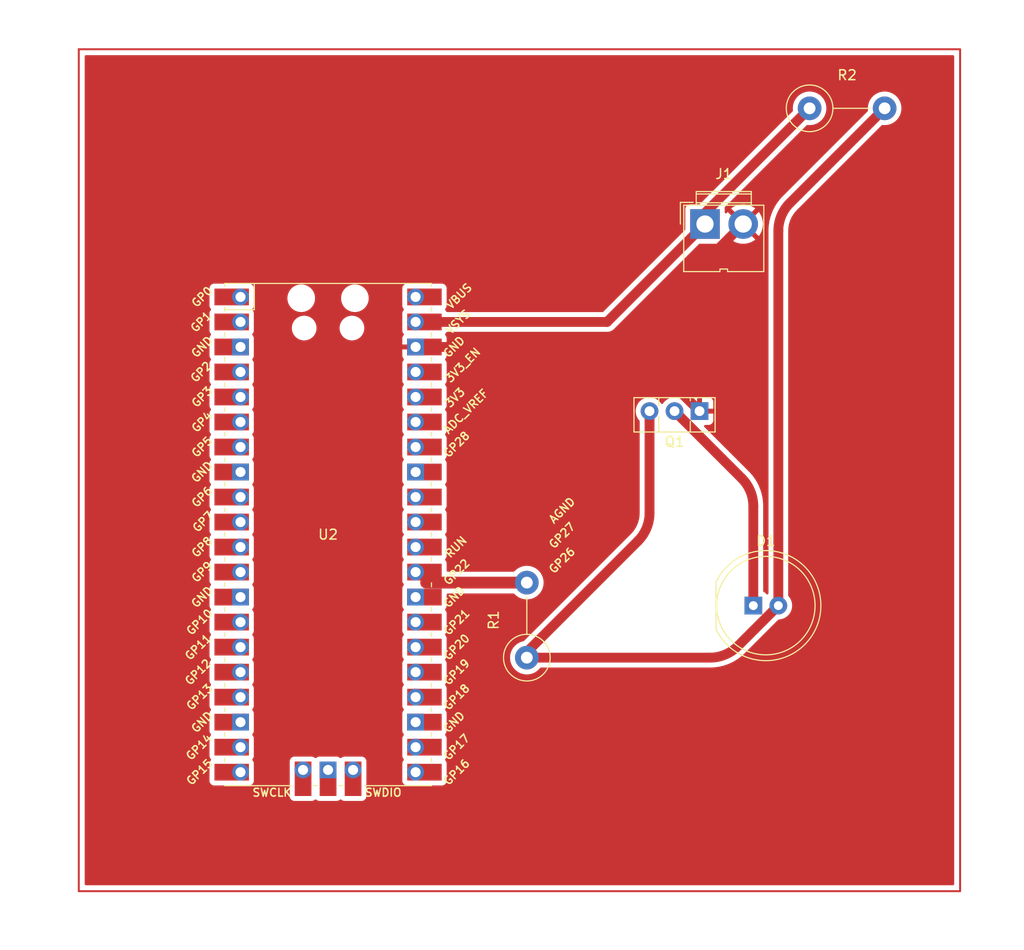
<source format=kicad_pcb>
(kicad_pcb (version 20240108) (generator "pcbnew") (generator_version "8.0")
  (layers (0 "F.Cu" signal) (31 "B.Cu" signal) (34 "B.Paste" user) (35 "F.Paste" user) (36 "B.SilkS" user "B.Silkscreen") (37 "F.SilkS" user "F.Silkscreen") (38 "B.Mask" user) (39 "F.Mask" user) (44 "Edge.Cuts" user))
  (net 0 "")
  (net 1 "Net-(D1-A)")
  (net 2 "GND")
  (net 3 "VCC")
  (net 4 "Net-(U2-GPIO22)")
  (net 45 "Net-(D1-K)")
  (footprint "Connector:JWT_A3963_1x02_P3.96mm_Vertical" (layer "F.Cu") (at 168.0925 51.25)
    (property "Reference" "J1" (at 1.91 -5.08 0) (layer "F.SilkS"))
    (property "Value" "Alimentacao")
    (fp_line (start -2.5 -2.2) (end -2.5 0) (stroke (width 0.12)) (layer "F.SilkS"))
    (fp_line (start -2.16 -1.91) (end -2.16 0) (stroke (width 0.12)) (layer "F.SilkS"))
    (fp_line (start -2.16 -1.91) (end 5.97 -1.91) (stroke (width 0.12)) (layer "F.SilkS"))
    (fp_line (start -2.16 0) (end -2.16 4.83) (stroke (width 0.12)) (layer "F.SilkS"))
    (fp_line (start -1.2 -2.2) (end -2.5 -2.2) (stroke (width 0.12)) (layer "F.SilkS"))
    (fp_line (start -0.89 -3.3) (end 4.7 -3.3) (stroke (width 0.12)) (layer "F.SilkS"))
    (fp_line (start -0.89 -3.05) (end 4.7 -3.05) (stroke (width 0.12)) (layer "F.SilkS"))
    (fp_line (start -0.89 -2.16) (end 4.7 -2.16) (stroke (width 0.12)) (layer "F.SilkS"))
    (fp_line (start -0.89 -1.91) (end -0.89 -3.3) (stroke (width 0.12)) (layer "F.SilkS"))
    (fp_line (start 1.52 4.57) (end 2.29 4.57) (stroke (width 0.12)) (layer "F.SilkS"))
    (fp_line (start 1.52 4.83) (end -2.16 4.83) (stroke (width 0.12)) (layer "F.SilkS"))
    (fp_line (start 1.52 4.83) (end 1.52 4.57) (stroke (width 0.12)) (layer "F.SilkS"))
    (fp_line (start 2.29 4.57) (end 2.29 4.83) (stroke (width 0.12)) (layer "F.SilkS"))
    (fp_line (start 2.29 4.83) (end 5.97 4.83) (stroke (width 0.12)) (layer "F.SilkS"))
    (fp_line (start 4.7 -1.91) (end 4.7 -3.3) (stroke (width 0.12)) (layer "F.SilkS"))
    (fp_line (start 5.97 -1.91) (end 5.97 0) (stroke (width 0.12)) (layer "F.SilkS"))
    (fp_line (start 5.97 4.83) (end 5.97 0) (stroke (width 0.12)) (layer "F.SilkS"))
    (pad "1" thru_hole rect (at 0 0) (size 3 3) (drill 1.75) (layers "*.Cu" "*.Mask") (net 3 "VCC"))
    (pad "2" thru_hole circle (at 3.88 0) (size 3 3) (drill 1.75) (layers "*.Cu" "*.Mask") (net 2 "GND"))
  )
  (footprint "Resistor_THT:R_Axial_DIN0414_L11.9mm_D4.5mm_P7.62mm_Vertical" (layer "F.Cu") (at 178.715 39.5)
    (property "Reference" "R2" (at 3.81 -3.37 0) (layer "F.SilkS"))
    (property "Value" "Resistor")
    (fp_line (start 2.37 0) (end 6.12 0) (stroke (width 0.12)) (layer "F.SilkS"))
    (fp_circle (center 0 0) (end 2.37 0) (stroke (width 0.12)) (fill none) (layer "F.SilkS"))
    (pad "1" thru_hole circle (at 0 0) (size 2.4 2.4) (drill 1.2) (layers "*.Cu" "*.Mask") (net 3 "VCC"))
    (pad "2" thru_hole oval (at 7.62 0) (size 2.4 2.4) (drill 1.2) (layers "*.Cu" "*.Mask") (net 1 "Net-(D1-A)"))
  )
  (footprint "LED_THT:LED_D10.0mm" (layer "F.Cu") (at 173 90)
    (property "Reference" "D1" (at 1.27 -6.56 0) (layer "F.SilkS"))
    (property "Value" "LED")
    (fp_line (start -3.79 -2.376) (end -3.79 2.376) (stroke (width 0.12)) (layer "F.SilkS"))
    (fp_arc (start -3.79 -2.375816) (mid 2.484794 -5.456407) (end 6.859998 -0.004741) (stroke (width 0.12)) (layer "F.SilkS"))
    (fp_arc (start 6.859998 0.004741) (mid 2.484794 5.456407) (end -3.79 2.375816) (stroke (width 0.12)) (layer "F.SilkS"))
    (fp_circle (center 1.27 0) (end 6.27 0) (stroke (width 0.12)) (fill none) (layer "F.SilkS"))
    (pad "1" thru_hole rect (at 0 0) (size 1.8 1.8) (drill 0.9) (layers "*.Cu" "*.Mask") (net 45 "Net-(D1-K)"))
    (pad "2" thru_hole circle (at 2.54 0) (size 1.8 1.8) (drill 0.9) (layers "*.Cu" "*.Mask") (net 1 "Net-(D1-A)"))
  )
  (footprint "Resistor_THT:R_Axial_DIN0414_L11.9mm_D4.5mm_P7.62mm_Vertical" (layer "F.Cu") (at 150 95.285 90)
    (property "Reference" "R1" (at 3.81 -3.37 270) (layer "F.SilkS"))
    (property "Value" "Resistor")
    (fp_line (start 2.37 0) (end 6.12 0) (stroke (width 0.12)) (layer "F.SilkS"))
    (fp_circle (center 0 0) (end 2.37 0) (stroke (width 0.12)) (fill none) (layer "F.SilkS"))
    (pad "1" thru_hole circle (at 0 0 90) (size 2.4 2.4) (drill 1.2) (layers "*.Cu" "*.Mask") (net 1 "Net-(D1-A)"))
    (pad "2" thru_hole oval (at 7.62 0 90) (size 2.4 2.4) (drill 1.2) (layers "*.Cu" "*.Mask") (net 4 "Net-(U2-GPIO22)"))
  )
  (footprint "Package_TO_SOT_THT:TO-126-3_Vertical" (layer "F.Cu") (at 167.54 70.25 180)
    (property "Reference" "Q1" (at 2.54 -3.12 180) (layer "F.SilkS"))
    (property "Value" "BF457 - Transistor")
    (fp_line (start 6.66 -2.12) (end 6.66 1.37) (stroke (width 0.12)) (layer "F.SilkS"))
    (fp_line (start 4.141 0.54) (end 4.141 1.37) (stroke (width 0.12)) (layer "F.SilkS"))
    (fp_line (start 4.141 -2.12) (end 4.141 -0.54) (stroke (width 0.12)) (layer "F.SilkS"))
    (fp_line (start 0.94 1.05) (end 0.94 1.37) (stroke (width 0.12)) (layer "F.SilkS"))
    (fp_line (start 0.94 -2.12) (end 0.94 -1.05) (stroke (width 0.12)) (layer "F.SilkS"))
    (fp_line (start -1.58 1.37) (end 6.66 1.37) (stroke (width 0.12)) (layer "F.SilkS"))
    (fp_line (start -1.58 -2.12) (end 6.66 -2.12) (stroke (width 0.12)) (layer "F.SilkS"))
    (fp_line (start -1.58 -2.12) (end -1.58 1.37) (stroke (width 0.12)) (layer "F.SilkS"))
    (pad "1" thru_hole rect (at 0 0 180) (size 1.8 1.8) (drill 1) (layers "*.Cu" "*.Mask") (net 2 "GND"))
    (pad "2" thru_hole oval (at 2.54 0 180) (size 1.8 1.8) (drill 1) (layers "*.Cu" "*.Mask") (net 45 "Net-(D1-K)"))
    (pad "3" thru_hole oval (at 5.08 0 180) (size 1.8 1.8) (drill 1) (layers "*.Cu" "*.Mask") (net 1 "Net-(D1-A)"))
  )
  (footprint "MCU_RaspberryPi_and_Boards:RPi_Pico_SMD_TH" (layer "F.Cu") (at 129.815 82.785)
    (property "Reference" "U2" (at 0 0 0) (layer "F.SilkS"))
    (property "Value" "Pico")
    (fp_line (start -10.5 -25.5) (end -10.5 -25.2) (stroke (width 0.12)) (layer "F.SilkS"))
    (fp_line (start -10.5 -25.5) (end 10.5 -25.5) (stroke (width 0.12)) (layer "F.SilkS"))
    (fp_line (start -10.5 -23.1) (end -10.5 -22.7) (stroke (width 0.12)) (layer "F.SilkS"))
    (fp_line (start -10.5 -22.833) (end -7.493 -22.833) (stroke (width 0.12)) (layer "F.SilkS"))
    (fp_line (start -10.5 -20.5) (end -10.5 -20.1) (stroke (width 0.12)) (layer "F.SilkS"))
    (fp_line (start -10.5 -18) (end -10.5 -17.6) (stroke (width 0.12)) (layer "F.SilkS"))
    (fp_line (start -10.5 -15.4) (end -10.5 -15) (stroke (width 0.12)) (layer "F.SilkS"))
    (fp_line (start -10.5 -12.9) (end -10.5 -12.5) (stroke (width 0.12)) (layer "F.SilkS"))
    (fp_line (start -10.5 -10.4) (end -10.5 -10) (stroke (width 0.12)) (layer "F.SilkS"))
    (fp_line (start -10.5 -7.8) (end -10.5 -7.4) (stroke (width 0.12)) (layer "F.SilkS"))
    (fp_line (start -10.5 -5.3) (end -10.5 -4.9) (stroke (width 0.12)) (layer "F.SilkS"))
    (fp_line (start -10.5 -2.7) (end -10.5 -2.3) (stroke (width 0.12)) (layer "F.SilkS"))
    (fp_line (start -10.5 -0.2) (end -10.5 0.2) (stroke (width 0.12)) (layer "F.SilkS"))
    (fp_line (start -10.5 2.3) (end -10.5 2.7) (stroke (width 0.12)) (layer "F.SilkS"))
    (fp_line (start -10.5 4.9) (end -10.5 5.3) (stroke (width 0.12)) (layer "F.SilkS"))
    (fp_line (start -10.5 7.4) (end -10.5 7.8) (stroke (width 0.12)) (layer "F.SilkS"))
    (fp_line (start -10.5 10) (end -10.5 10.4) (stroke (width 0.12)) (layer "F.SilkS"))
    (fp_line (start -10.5 12.5) (end -10.5 12.9) (stroke (width 0.12)) (layer "F.SilkS"))
    (fp_line (start -10.5 15.1) (end -10.5 15.5) (stroke (width 0.12)) (layer "F.SilkS"))
    (fp_line (start -10.5 17.6) (end -10.5 18) (stroke (width 0.12)) (layer "F.SilkS"))
    (fp_line (start -10.5 20.1) (end -10.5 20.5) (stroke (width 0.12)) (layer "F.SilkS"))
    (fp_line (start -10.5 22.7) (end -10.5 23.1) (stroke (width 0.12)) (layer "F.SilkS"))
    (fp_line (start -7.493 -22.833) (end -7.493 -25.5) (stroke (width 0.12)) (layer "F.SilkS"))
    (fp_line (start -3.7 25.5) (end -10.5 25.5) (stroke (width 0.12)) (layer "F.SilkS"))
    (fp_line (start -1.5 25.5) (end -1.1 25.5) (stroke (width 0.12)) (layer "F.SilkS"))
    (fp_line (start 1.1 25.5) (end 1.5 25.5) (stroke (width 0.12)) (layer "F.SilkS"))
    (fp_line (start 10.5 -25.5) (end 10.5 -25.2) (stroke (width 0.12)) (layer "F.SilkS"))
    (fp_line (start 10.5 -23.1) (end 10.5 -22.7) (stroke (width 0.12)) (layer "F.SilkS"))
    (fp_line (start 10.5 -20.5) (end 10.5 -20.1) (stroke (width 0.12)) (layer "F.SilkS"))
    (fp_line (start 10.5 -18) (end 10.5 -17.6) (stroke (width 0.12)) (layer "F.SilkS"))
    (fp_line (start 10.5 -15.4) (end 10.5 -15) (stroke (width 0.12)) (layer "F.SilkS"))
    (fp_line (start 10.5 -12.9) (end 10.5 -12.5) (stroke (width 0.12)) (layer "F.SilkS"))
    (fp_line (start 10.5 -10.4) (end 10.5 -10) (stroke (width 0.12)) (layer "F.SilkS"))
    (fp_line (start 10.5 -7.8) (end 10.5 -7.4) (stroke (width 0.12)) (layer "F.SilkS"))
    (fp_line (start 10.5 -5.3) (end 10.5 -4.9) (stroke (width 0.12)) (layer "F.SilkS"))
    (fp_line (start 10.5 -2.7) (end 10.5 -2.3) (stroke (width 0.12)) (layer "F.SilkS"))
    (fp_line (start 10.5 -0.2) (end 10.5 0.2) (stroke (width 0.12)) (layer "F.SilkS"))
    (fp_line (start 10.5 2.3) (end 10.5 2.7) (stroke (width 0.12)) (layer "F.SilkS"))
    (fp_line (start 10.5 4.9) (end 10.5 5.3) (stroke (width 0.12)) (layer "F.SilkS"))
    (fp_line (start 10.5 7.4) (end 10.5 7.8) (stroke (width 0.12)) (layer "F.SilkS"))
    (fp_line (start 10.5 10) (end 10.5 10.4) (stroke (width 0.12)) (layer "F.SilkS"))
    (fp_line (start 10.5 12.5) (end 10.5 12.9) (stroke (width 0.12)) (layer "F.SilkS"))
    (fp_line (start 10.5 15.1) (end 10.5 15.5) (stroke (width 0.12)) (layer "F.SilkS"))
    (fp_line (start 10.5 17.6) (end 10.5 18) (stroke (width 0.12)) (layer "F.SilkS"))
    (fp_line (start 10.5 20.1) (end 10.5 20.5) (stroke (width 0.12)) (layer "F.SilkS"))
    (fp_line (start 10.5 22.7) (end 10.5 23.1) (stroke (width 0.12)) (layer "F.SilkS"))
    (fp_line (start 10.5 25.5) (end 3.7 25.5) (stroke (width 0.12)) (layer "F.SilkS"))
    (fp_text user "GP26" (at 23.759 2.63 45) (layer "F.SilkS") (effects (font (size 0.8 0.8))))
    (fp_text user "GP10" (at -13.054 8.89 45) (layer "F.SilkS") (effects (font (size 0.8 0.8))))
    (fp_text user "GP19" (at 13.054 13.97 45) (layer "F.SilkS") (effects (font (size 0.8 0.8))))
    (fp_text user "GP13" (at -13.054 16.51 45) (layer "F.SilkS") (effects (font (size 0.8 0.8))))
    (fp_text user "GP6" (at -12.8 -3.81 45) (layer "F.SilkS") (effects (font (size 0.8 0.8))))
    (fp_text user "GP20" (at 13.054 11.43 45) (layer "F.SilkS") (effects (font (size 0.8 0.8))))
    (fp_text user "GP2" (at -12.9 -16.51 45) (layer "F.SilkS") (effects (font (size 0.8 0.8))))
    (fp_text user "GP16" (at 13.054 24.13 45) (layer "F.SilkS") (effects (font (size 0.8 0.8))))
    (fp_text user "GP1" (at -12.9 -21.6 45) (layer "F.SilkS") (effects (font (size 0.8 0.8))))
    (fp_text user "GND" (at -12.8 6.35 45) (layer "F.SilkS") (effects (font (size 0.8 0.8))))
    (fp_text user "GP15" (at -13.054 24.13 45) (layer "F.SilkS") (effects (font (size 0.8 0.8))))
    (fp_text user "GP28" (at 13.054 -9.144 45) (layer "F.SilkS") (effects (font (size 0.8 0.8))))
    (fp_text user "GP5" (at -12.8 -8.89 45) (layer "F.SilkS") (effects (font (size 0.8 0.8))))
    (fp_text user "GP17" (at 13.054 21.59 45) (layer "F.SilkS") (effects (font (size 0.8 0.8))))
    (fp_text user "GP0" (at -12.8 -24.13 45) (layer "F.SilkS") (effects (font (size 0.8 0.8))))
    (fp_text user "GP14" (at -13.1 21.59 45) (layer "F.SilkS") (effects (font (size 0.8 0.8))))
    (fp_text user "GND" (at 12.8 -19.05 45) (layer "F.SilkS") (effects (font (size 0.8 0.8))))
    (fp_text user "GP4" (at -12.8 -11.43 45) (layer "F.SilkS") (effects (font (size 0.8 0.8))))
    (fp_text user "GND" (at -12.8 19.05 45) (layer "F.SilkS") (effects (font (size 0.8 0.8))))
    (fp_text user "GP11" (at -13.2 11.43 45) (layer "F.SilkS") (effects (font (size 0.8 0.8))))
    (fp_text user "GND" (at -12.8 -6.35 45) (layer "F.SilkS") (effects (font (size 0.8 0.8))))
    (fp_text user "GP8" (at -12.8 1.27 45) (layer "F.SilkS") (effects (font (size 0.8 0.8))))
    (fp_text user "3V3" (at 12.9 -13.9 45) (layer "F.SilkS") (effects (font (size 0.8 0.8))))
    (fp_text user "ADC_VREF" (at 14 -12.5 45) (layer "F.SilkS") (effects (font (size 0.8 0.8))))
    (fp_text user "GP7" (at -12.7 -1.3 45) (layer "F.SilkS") (effects (font (size 0.8 0.8))))
    (fp_text user "VBUS" (at 13.3 -24.2 45) (layer "F.SilkS") (effects (font (size 0.8 0.8))))
    (fp_text user "GP12" (at -13.2 13.97 45) (layer "F.SilkS") (effects (font (size 0.8 0.8))))
    (fp_text user "GND" (at -12.8 -19.05 45) (layer "F.SilkS") (effects (font (size 0.8 0.8))))
    (fp_text user "GND" (at 12.8 6.35 45) (layer "F.SilkS") (effects (font (size 0.8 0.8))))
    (fp_text user "GP21" (at 13.054 8.9 45) (layer "F.SilkS") (effects (font (size 0.8 0.8))))
    (fp_text user "GP27" (at 23.759 0.1 45) (layer "F.SilkS") (effects (font (size 0.8 0.8))))
    (fp_text user "VSYS" (at 13.2 -21.59 45) (layer "F.SilkS") (effects (font (size 0.8 0.8))))
    (fp_text user "GP22" (at 13.054 3.81 45) (layer "F.SilkS") (effects (font (size 0.8 0.8))))
    (fp_text user "3V3_EN" (at 13.7 -17.2 45) (layer "F.SilkS") (effects (font (size 0.8 0.8))))
    (fp_text user "GND" (at 12.8 19.05 45) (layer "F.SilkS") (effects (font (size 0.8 0.8))))
    (fp_text user "RUN" (at 13 1.27 45) (layer "F.SilkS") (effects (font (size 0.8 0.8))))
    (fp_text user "GP3" (at -12.8 -13.97 45) (layer "F.SilkS") (effects (font (size 0.8 0.8))))
    (fp_text user "GP9" (at -12.8 3.81 45) (layer "F.SilkS") (effects (font (size 0.8 0.8))))
    (fp_text user "SWDIO" (at 5.6 26.2 0) (layer "F.SilkS") (effects (font (size 0.8 0.8))))
    (fp_text user "SWCLK" (at -5.7 26.2 0) (layer "F.SilkS") (effects (font (size 0.8 0.8))))
    (fp_text user "GP18" (at 13.054 16.51 45) (layer "F.SilkS") (effects (font (size 0.8 0.8))))
    (fp_text user "AGND" (at 23.759 -2.45 45) (layer "F.SilkS") (effects (font (size 0.8 0.8))))
    (pad "" np_thru_hole oval (at -2.725 -24) (size 1.8 1.8) (drill 1.8) (layers "*.Cu" "*.Mask"))
    (pad "" np_thru_hole oval (at -2.425 -20.97) (size 1.5 1.5) (drill 1.5) (layers "*.Cu" "*.Mask"))
    (pad "" np_thru_hole oval (at 2.425 -20.97) (size 1.5 1.5) (drill 1.5) (layers "*.Cu" "*.Mask"))
    (pad "" np_thru_hole oval (at 2.725 -24) (size 1.8 1.8) (drill 1.8) (layers "*.Cu" "*.Mask"))
    (pad "1" thru_hole oval (at -8.89 -24.13) (size 1.7 1.7) (drill 1.02) (layers "*.Cu" "*.Mask"))
    (pad "1" smd rect (at -8.89 -24.13) (size 3.5 1.7) (drill (offset -0.9 0)) (layers "F.Cu" "F.Mask"))
    (pad "2" thru_hole oval (at -8.89 -21.59) (size 1.7 1.7) (drill 1.02) (layers "*.Cu" "*.Mask"))
    (pad "2" smd rect (at -8.89 -21.59) (size 3.5 1.7) (drill (offset -0.9 0)) (layers "F.Cu" "F.Mask"))
    (pad "3" thru_hole rect (at -8.89 -19.05) (size 1.7 1.7) (drill 1.02) (layers "*.Cu" "*.Mask"))
    (pad "3" smd rect (at -8.89 -19.05) (size 3.5 1.7) (drill (offset -0.9 0)) (layers "F.Cu" "F.Mask"))
    (pad "4" thru_hole oval (at -8.89 -16.51) (size 1.7 1.7) (drill 1.02) (layers "*.Cu" "*.Mask"))
    (pad "4" smd rect (at -8.89 -16.51) (size 3.5 1.7) (drill (offset -0.9 0)) (layers "F.Cu" "F.Mask"))
    (pad "5" thru_hole oval (at -8.89 -13.97) (size 1.7 1.7) (drill 1.02) (layers "*.Cu" "*.Mask"))
    (pad "5" smd rect (at -8.89 -13.97) (size 3.5 1.7) (drill (offset -0.9 0)) (layers "F.Cu" "F.Mask"))
    (pad "6" thru_hole oval (at -8.89 -11.43) (size 1.7 1.7) (drill 1.02) (layers "*.Cu" "*.Mask"))
    (pad "6" smd rect (at -8.89 -11.43) (size 3.5 1.7) (drill (offset -0.9 0)) (layers "F.Cu" "F.Mask"))
    (pad "7" thru_hole oval (at -8.89 -8.89) (size 1.7 1.7) (drill 1.02) (layers "*.Cu" "*.Mask"))
    (pad "7" smd rect (at -8.89 -8.89) (size 3.5 1.7) (drill (offset -0.9 0)) (layers "F.Cu" "F.Mask"))
    (pad "8" thru_hole rect (at -8.89 -6.35) (size 1.7 1.7) (drill 1.02) (layers "*.Cu" "*.Mask"))
    (pad "8" smd rect (at -8.89 -6.35) (size 3.5 1.7) (drill (offset -0.9 0)) (layers "F.Cu" "F.Mask"))
    (pad "9" thru_hole oval (at -8.89 -3.81) (size 1.7 1.7) (drill 1.02) (layers "*.Cu" "*.Mask"))
    (pad "9" smd rect (at -8.89 -3.81) (size 3.5 1.7) (drill (offset -0.9 0)) (layers "F.Cu" "F.Mask"))
    (pad "10" thru_hole oval (at -8.89 -1.27) (size 1.7 1.7) (drill 1.02) (layers "*.Cu" "*.Mask"))
    (pad "10" smd rect (at -8.89 -1.27) (size 3.5 1.7) (drill (offset -0.9 0)) (layers "F.Cu" "F.Mask"))
    (pad "11" thru_hole oval (at -8.89 1.27) (size 1.7 1.7) (drill 1.02) (layers "*.Cu" "*.Mask"))
    (pad "11" smd rect (at -8.89 1.27) (size 3.5 1.7) (drill (offset -0.9 0)) (layers "F.Cu" "F.Mask"))
    (pad "12" thru_hole oval (at -8.89 3.81) (size 1.7 1.7) (drill 1.02) (layers "*.Cu" "*.Mask"))
    (pad "12" smd rect (at -8.89 3.81) (size 3.5 1.7) (drill (offset -0.9 0)) (layers "F.Cu" "F.Mask"))
    (pad "13" thru_hole rect (at -8.89 6.35) (size 1.7 1.7) (drill 1.02) (layers "*.Cu" "*.Mask"))
    (pad "13" smd rect (at -8.89 6.35) (size 3.5 1.7) (drill (offset -0.9 0)) (layers "F.Cu" "F.Mask"))
    (pad "14" thru_hole oval (at -8.89 8.89) (size 1.7 1.7) (drill 1.02) (layers "*.Cu" "*.Mask"))
    (pad "14" smd rect (at -8.89 8.89) (size 3.5 1.7) (drill (offset -0.9 0)) (layers "F.Cu" "F.Mask"))
    (pad "15" thru_hole oval (at -8.89 11.43) (size 1.7 1.7) (drill 1.02) (layers "*.Cu" "*.Mask"))
    (pad "15" smd rect (at -8.89 11.43) (size 3.5 1.7) (drill (offset -0.9 0)) (layers "F.Cu" "F.Mask"))
    (pad "16" thru_hole oval (at -8.89 13.97) (size 1.7 1.7) (drill 1.02) (layers "*.Cu" "*.Mask"))
    (pad "16" smd rect (at -8.89 13.97) (size 3.5 1.7) (drill (offset -0.9 0)) (layers "F.Cu" "F.Mask"))
    (pad "17" thru_hole oval (at -8.89 16.51) (size 1.7 1.7) (drill 1.02) (layers "*.Cu" "*.Mask"))
    (pad "17" smd rect (at -8.89 16.51) (size 3.5 1.7) (drill (offset -0.9 0)) (layers "F.Cu" "F.Mask"))
    (pad "18" thru_hole rect (at -8.89 19.05) (size 1.7 1.7) (drill 1.02) (layers "*.Cu" "*.Mask"))
    (pad "18" smd rect (at -8.89 19.05) (size 3.5 1.7) (drill (offset -0.9 0)) (layers "F.Cu" "F.Mask"))
    (pad "19" thru_hole oval (at -8.89 21.59) (size 1.7 1.7) (drill 1.02) (layers "*.Cu" "*.Mask"))
    (pad "19" smd rect (at -8.89 21.59) (size 3.5 1.7) (drill (offset -0.9 0)) (layers "F.Cu" "F.Mask"))
    (pad "20" thru_hole oval (at -8.89 24.13) (size 1.7 1.7) (drill 1.02) (layers "*.Cu" "*.Mask"))
    (pad "20" smd rect (at -8.89 24.13) (size 3.5 1.7) (drill (offset -0.9 0)) (layers "F.Cu" "F.Mask"))
    (pad "21" thru_hole oval (at 8.89 24.13) (size 1.7 1.7) (drill 1.02) (layers "*.Cu" "*.Mask"))
    (pad "21" smd rect (at 8.89 24.13) (size 3.5 1.7) (drill (offset 0.9 0)) (layers "F.Cu" "F.Mask"))
    (pad "22" thru_hole oval (at 8.89 21.59) (size 1.7 1.7) (drill 1.02) (layers "*.Cu" "*.Mask"))
    (pad "22" smd rect (at 8.89 21.59) (size 3.5 1.7) (drill (offset 0.9 0)) (layers "F.Cu" "F.Mask"))
    (pad "23" thru_hole rect (at 8.89 19.05) (size 1.7 1.7) (drill 1.02) (layers "*.Cu" "*.Mask"))
    (pad "23" smd rect (at 8.89 19.05) (size 3.5 1.7) (drill (offset 0.9 0)) (layers "F.Cu" "F.Mask"))
    (pad "24" thru_hole oval (at 8.89 16.51) (size 1.7 1.7) (drill 1.02) (layers "*.Cu" "*.Mask"))
    (pad "24" smd rect (at 8.89 16.51) (size 3.5 1.7) (drill (offset 0.9 0)) (layers "F.Cu" "F.Mask"))
    (pad "25" thru_hole oval (at 8.89 13.97) (size 1.7 1.7) (drill 1.02) (layers "*.Cu" "*.Mask"))
    (pad "25" smd rect (at 8.89 13.97) (size 3.5 1.7) (drill (offset 0.9 0)) (layers "F.Cu" "F.Mask"))
    (pad "26" thru_hole oval (at 8.89 11.43) (size 1.7 1.7) (drill 1.02) (layers "*.Cu" "*.Mask"))
    (pad "26" smd rect (at 8.89 11.43) (size 3.5 1.7) (drill (offset 0.9 0)) (layers "F.Cu" "F.Mask"))
    (pad "27" thru_hole oval (at 8.89 8.89) (size 1.7 1.7) (drill 1.02) (layers "*.Cu" "*.Mask"))
    (pad "27" smd rect (at 8.89 8.89) (size 3.5 1.7) (drill (offset 0.9 0)) (layers "F.Cu" "F.Mask"))
    (pad "28" thru_hole rect (at 8.89 6.35) (size 1.7 1.7) (drill 1.02) (layers "*.Cu" "*.Mask"))
    (pad "28" smd rect (at 8.89 6.35) (size 3.5 1.7) (drill (offset 0.9 0)) (layers "F.Cu" "F.Mask"))
    (pad "29" thru_hole oval (at 8.89 3.81) (size 1.7 1.7) (drill 1.02) (layers "*.Cu" "*.Mask") (net 4 "Net-(U2-GPIO22)"))
    (pad "29" smd rect (at 8.89 3.81) (size 3.5 1.7) (drill (offset 0.9 0)) (layers "F.Cu" "F.Mask") (net 4 "Net-(U2-GPIO22)"))
    (pad "30" thru_hole oval (at 8.89 1.27) (size 1.7 1.7) (drill 1.02) (layers "*.Cu" "*.Mask"))
    (pad "30" smd rect (at 8.89 1.27) (size 3.5 1.7) (drill (offset 0.9 0)) (layers "F.Cu" "F.Mask"))
    (pad "31" thru_hole oval (at 8.89 -1.27) (size 1.7 1.7) (drill 1.02) (layers "*.Cu" "*.Mask"))
    (pad "31" smd rect (at 8.89 -1.27) (size 3.5 1.7) (drill (offset 0.9 0)) (layers "F.Cu" "F.Mask"))
    (pad "32" thru_hole oval (at 8.89 -3.81) (size 1.7 1.7) (drill 1.02) (layers "*.Cu" "*.Mask"))
    (pad "32" smd rect (at 8.89 -3.81) (size 3.5 1.7) (drill (offset 0.9 0)) (layers "F.Cu" "F.Mask"))
    (pad "33" thru_hole rect (at 8.89 -6.35) (size 1.7 1.7) (drill 1.02) (layers "*.Cu" "*.Mask"))
    (pad "33" smd rect (at 8.89 -6.35) (size 3.5 1.7) (drill (offset 0.9 0)) (layers "F.Cu" "F.Mask"))
    (pad "34" thru_hole oval (at 8.89 -8.89) (size 1.7 1.7) (drill 1.02) (layers "*.Cu" "*.Mask"))
    (pad "34" smd rect (at 8.89 -8.89) (size 3.5 1.7) (drill (offset 0.9 0)) (layers "F.Cu" "F.Mask"))
    (pad "35" thru_hole oval (at 8.89 -11.43) (size 1.7 1.7) (drill 1.02) (layers "*.Cu" "*.Mask"))
    (pad "35" smd rect (at 8.89 -11.43) (size 3.5 1.7) (drill (offset 0.9 0)) (layers "F.Cu" "F.Mask"))
    (pad "36" thru_hole oval (at 8.89 -13.97) (size 1.7 1.7) (drill 1.02) (layers "*.Cu" "*.Mask"))
    (pad "36" smd rect (at 8.89 -13.97) (size 3.5 1.7) (drill (offset 0.9 0)) (layers "F.Cu" "F.Mask"))
    (pad "37" thru_hole oval (at 8.89 -16.51) (size 1.7 1.7) (drill 1.02) (layers "*.Cu" "*.Mask"))
    (pad "37" smd rect (at 8.89 -16.51) (size 3.5 1.7) (drill (offset 0.9 0)) (layers "F.Cu" "F.Mask"))
    (pad "38" thru_hole rect (at 8.89 -19.05) (size 1.7 1.7) (drill 1.02) (layers "*.Cu" "*.Mask") (net 2 "GND"))
    (pad "38" smd rect (at 8.89 -19.05) (size 3.5 1.7) (drill (offset 0.9 0)) (layers "F.Cu" "F.Mask") (net 2 "GND"))
    (pad "39" thru_hole oval (at 8.89 -21.59) (size 1.7 1.7) (drill 1.02) (layers "*.Cu" "*.Mask") (net 3 "VCC"))
    (pad "39" smd rect (at 8.89 -21.59) (size 3.5 1.7) (drill (offset 0.9 0)) (layers "F.Cu" "F.Mask") (net 3 "VCC"))
    (pad "40" thru_hole oval (at 8.89 -24.13) (size 1.7 1.7) (drill 1.02) (layers "*.Cu" "*.Mask"))
    (pad "40" smd rect (at 8.89 -24.13) (size 3.5 1.7) (drill (offset 0.9 0)) (layers "F.Cu" "F.Mask"))
    (pad "41" thru_hole oval (at -2.54 23.9) (size 1.7 1.7) (drill 1.02) (layers "*.Cu" "*.Mask"))
    (pad "41" smd rect (at -2.54 23.9 90) (size 3.5 1.7) (drill (offset -0.9 0)) (layers "F.Cu" "F.Mask"))
    (pad "42" thru_hole rect (at 0 23.9) (size 1.7 1.7) (drill 1.02) (layers "*.Cu" "*.Mask"))
    (pad "42" smd rect (at 0 23.9 90) (size 3.5 1.7) (drill (offset -0.9 0)) (layers "F.Cu" "F.Mask"))
    (pad "43" thru_hole oval (at 2.54 23.9) (size 1.7 1.7) (drill 1.02) (layers "*.Cu" "*.Mask"))
    (pad "43" smd rect (at 2.54 23.9 90) (size 3.5 1.7) (drill (offset -0.9 0)) (layers "F.Cu" "F.Mask"))
  )
  (gr_rect (start 104.5 33.5) (end 194 119) (stroke (width 0.2)) (fill none) (layer "F.Cu"))
  (segment (start 162.46 70.25) (end 162.46 80.602461) (width 1) (layer "F.Cu") (net 1))
  (segment (start 150 95.285) (end 168.598146 95.285) (width 1) (layer "F.Cu") (net 1))
  (segment (start 176.711573 49.123427) (end 186.335 39.5) (width 1) (layer "F.Cu") (net 1))
  (segment (start 171.426573 94.113427) (end 175.54 90) (width 1) (layer "F.Cu") (net 1))
  (segment (start 161.288427 83.430888) (end 149.717157 95.002158) (width 1) (layer "F.Cu") (net 1))
  (segment (start 175.54 90) (end 175.54 51.951854) (width 1) (layer "F.Cu") (net 1))
  (arc (start 171.426573 94.113427) (mid 170.12888 94.980518) (end 168.598146 95.285) (width 1) (layer "F.Cu") (net 1))
  (arc (start 175.54 51.951854) (mid 175.844482 50.42112) (end 176.711573 49.123427) (width 1) (layer "F.Cu") (net 1))
  (arc (start 162.46 80.602461) (mid 162.155518 82.133195) (end 161.288427 83.430888) (width 1) (layer "F.Cu") (net 1))
  (segment (start 171.9725 51.25) (end 159.4875 63.735) (width 1) (layer "F.Cu") (net 2))
  (segment (start 159.4875 63.735) (end 138.705 63.735) (width 1) (layer "F.Cu") (net 2))
  (segment (start 161.025 63.735) (end 159.4875 63.735) (width 1) (layer "F.Cu") (net 2))
  (segment (start 167.54 70.25) (end 161.025 63.735) (width 1) (layer "F.Cu") (net 2))
  (segment (start 168.0925 50.1225) (end 178.715 39.5) (width 1) (layer "F.Cu") (net 3))
  (segment (start 158.1475 61.195) (end 138.705 61.195) (width 1) (layer "F.Cu") (net 3))
  (segment (start 168.0925 51.25) (end 158.1475 61.195) (width 1) (layer "F.Cu") (net 3))
  (segment (start 168.0925 51.25) (end 168.0925 50.1225) (width 0.2) (layer "F.Cu") (net 3))
  (segment (start 138.705 86.595) (end 139.775 87.665) (width 0.2) (layer "F.Cu") (net 4))
  (segment (start 139.775 87.665) (end 150 87.665) (width 1.2) (layer "F.Cu") (net 4))
  (segment (start 171.828427 77.078427) (end 165 70.25) (width 1) (layer "F.Cu") (net 45))
  (segment (start 173 90) (end 173 79.906854) (width 1) (layer "F.Cu") (net 45))
  (arc (start 173 79.906854) (mid 172.695518 78.37612) (end 171.828427 77.078427) (width 1) (layer "F.Cu") (net 45))
  (zone (net 2) (net_name "GND") (layer "F.Cu") (connect_pads (clearance 0.5)) (min_thickness 0.25) (fill yes (thermal_gap 0.5) (thermal_bridge_width 0.5))
    (polygon (pts (xy 96.5 28.5) (xy 97 123.5) (xy 200.5 125) (xy 200.5 29)))
  )
)
</source>
